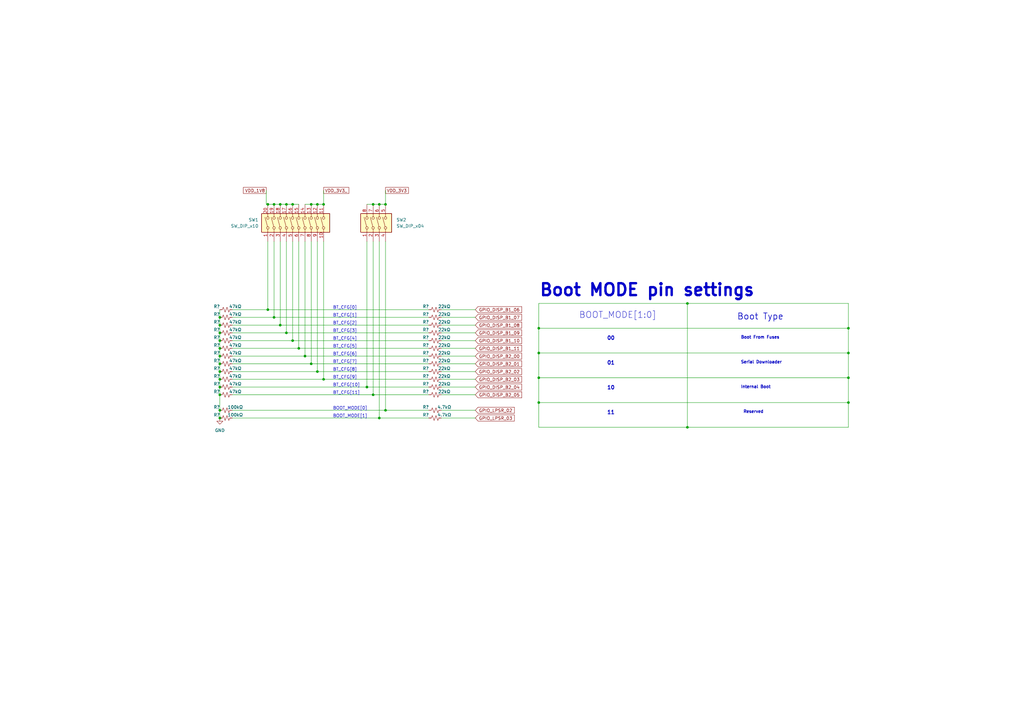
<source format=kicad_sch>
(kicad_sch (version 20230121) (generator eeschema)
  (paper "A3")
  (lib_symbols
    (symbol "Device:R_Small_US" (pin_numbers hide) (pin_names (offset 0.254) hide)
      (property "Reference" "R" (at 0.762 0.508 0))
      (property "Value" "R_Small_US" (at 0.762 -1.016 0))
      (symbol "R_Small_US_1_1"
        (polyline (pts (xy 0 0) (xy 1.016 -0.381) (xy 0 -0.762) (xy -1.016 -1.143) (xy 0 -1.524)))
        (polyline (pts (xy 0 1.524) (xy 1.016 1.143) (xy 0 0.762) (xy -1.016 0.381) (xy 0 0)))
        (pin passive line (at 0 2.54 270) (length 1.016) (name "~") (number "1"))
        (pin passive line (at 0 -2.54 90) (length 1.016) (name "~") (number "2"))
      )
    )
    (symbol "Switch:SW_DIP_x04" (pin_names (offset 0) hide)
      (property "Reference" "SW" (at 0 8.89 0))
      (property "Value" "SW_DIP_x04" (at 0 -6.35 0))
      (symbol "SW_DIP_x04_0_0"
        (circle (center -2.032 -2.54) (radius 0.508))
        (circle (center -2.032 0) (radius 0.508))
        (circle (center -2.032 2.54) (radius 0.508))
        (circle (center -2.032 5.08) (radius 0.508))
        (polyline (pts (xy -1.524 -2.3876) (xy 2.3622 -1.3462)))
        (polyline (pts (xy -1.524 0.127) (xy 2.3622 1.1684)))
        (polyline (pts (xy -1.524 2.667) (xy 2.3622 3.7084)))
        (polyline (pts (xy -1.524 5.207) (xy 2.3622 6.2484)))
        (circle (center 2.032 -2.54) (radius 0.508))
        (circle (center 2.032 0) (radius 0.508))
        (circle (center 2.032 2.54) (radius 0.508))
        (circle (center 2.032 5.08) (radius 0.508))
      )
      (symbol "SW_DIP_x04_0_1"
        (rectangle (start -3.81 7.62) (end 3.81 -5.08) (stroke (width 0.254)) (fill (type background)))
      )
      (symbol "SW_DIP_x04_1_1"
        (pin passive line (at -7.62 5.08 0) (length 5.08) (name "~") (number "1"))
        (pin passive line (at -7.62 2.54 0) (length 5.08) (name "~") (number "2"))
        (pin passive line (at -7.62 0 0) (length 5.08) (name "~") (number "3"))
        (pin passive line (at -7.62 -2.54 0) (length 5.08) (name "~") (number "4"))
        (pin passive line (at 7.62 -2.54 180) (length 5.08) (name "~") (number "5"))
        (pin passive line (at 7.62 0 180) (length 5.08) (name "~") (number "6"))
        (pin passive line (at 7.62 2.54 180) (length 5.08) (name "~") (number "7"))
        (pin passive line (at 7.62 5.08 180) (length 5.08) (name "~") (number "8"))
      )
    )
    (symbol "Switch:SW_DIP_x10" (pin_names (offset 0) hide)
      (property "Reference" "SW" (at 0 16.51 0))
      (property "Value" "SW_DIP_x10" (at 0 -13.97 0))
      (symbol "SW_DIP_x10_0_0"
        (circle (center -2.032 -10.16) (radius 0.508))
        (circle (center -2.032 -7.62) (radius 0.508))
        (circle (center -2.032 -5.08) (radius 0.508))
        (circle (center -2.032 -2.54) (radius 0.508))
        (circle (center -2.032 0) (radius 0.508))
        (circle (center -2.032 2.54) (radius 0.508))
        (circle (center -2.032 5.08) (radius 0.508))
        (circle (center -2.032 7.62) (radius 0.508))
        (circle (center -2.032 10.16) (radius 0.508))
        (circle (center -2.032 12.7) (radius 0.508))
        (polyline (pts (xy -1.524 -10.0076) (xy 2.3622 -8.9662)))
        (polyline (pts (xy -1.524 -7.4676) (xy 2.3622 -6.4262)))
        (polyline (pts (xy -1.524 -4.9276) (xy 2.3622 -3.8862)))
        (polyline (pts (xy -1.524 -2.3876) (xy 2.3622 -1.3462)))
        (polyline (pts (xy -1.524 0.127) (xy 2.3622 1.1684)))
        (polyline (pts (xy -1.524 2.667) (xy 2.3622 3.7084)))
        (polyline (pts (xy -1.524 5.207) (xy 2.3622 6.2484)))
        (polyline (pts (xy -1.524 7.747) (xy 2.3622 8.7884)))
        (polyline (pts (xy -1.524 10.287) (xy 2.3622 11.3284)))
        (polyline (pts (xy -1.524 12.827) (xy 2.3622 13.8684)))
        (circle (center 2.032 -10.16) (radius 0.508))
        (circle (center 2.032 -7.62) (radius 0.508))
        (circle (center 2.032 -5.08) (radius 0.508))
        (circle (center 2.032 -2.54) (radius 0.508))
        (circle (center 2.032 0) (radius 0.508))
        (circle (center 2.032 2.54) (radius 0.508))
        (circle (center 2.032 5.08) (radius 0.508))
        (circle (center 2.032 7.62) (radius 0.508))
        (circle (center 2.032 10.16) (radius 0.508))
        (circle (center 2.032 12.7) (radius 0.508))
      )
      (symbol "SW_DIP_x10_0_1"
        (rectangle (start -3.81 15.24) (end 3.81 -12.7) (stroke (width 0.254)) (fill (type background)))
      )
      (symbol "SW_DIP_x10_1_1"
        (pin passive line (at -7.62 12.7 0) (length 5.08) (name "~") (number "1"))
        (pin passive line (at -7.62 -10.16 0) (length 5.08) (name "~") (number "10"))
        (pin passive line (at 7.62 -10.16 180) (length 5.08) (name "~") (number "11"))
        (pin passive line (at 7.62 -7.62 180) (length 5.08) (name "~") (number "12"))
        (pin passive line (at 7.62 -5.08 180) (length 5.08) (name "~") (number "13"))
        (pin passive line (at 7.62 -2.54 180) (length 5.08) (name "~") (number "14"))
        (pin passive line (at 7.62 0 180) (length 5.08) (name "~") (number "15"))
        (pin passive line (at 7.62 2.54 180) (length 5.08) (name "~") (number "16"))
        (pin passive line (at 7.62 5.08 180) (length 5.08) (name "~") (number "17"))
        (pin passive line (at 7.62 7.62 180) (length 5.08) (name "~") (number "18"))
        (pin passive line (at 7.62 10.16 180) (length 5.08) (name "~") (number "19"))
        (pin passive line (at -7.62 10.16 0) (length 5.08) (name "~") (number "2"))
        (pin passive line (at 7.62 12.7 180) (length 5.08) (name "~") (number "20"))
        (pin passive line (at -7.62 7.62 0) (length 5.08) (name "~") (number "3"))
        (pin passive line (at -7.62 5.08 0) (length 5.08) (name "~") (number "4"))
        (pin passive line (at -7.62 2.54 0) (length 5.08) (name "~") (number "5"))
        (pin passive line (at -7.62 0 0) (length 5.08) (name "~") (number "6"))
        (pin passive line (at -7.62 -2.54 0) (length 5.08) (name "~") (number "7"))
        (pin passive line (at -7.62 -5.08 0) (length 5.08) (name "~") (number "8"))
        (pin passive line (at -7.62 -7.62 0) (length 5.08) (name "~") (number "9"))
      )
    )
    (symbol "power:GND" (power) (pin_names (offset 0))
      (property "Value" "GND" (at 0 -3.81 0))
      (symbol "GND_0_1"
        (polyline (pts (xy 0 0) (xy 0 -1.27) (xy 1.27 -1.27) (xy 0 -2.54) (xy -1.27 -1.27) (xy 0 -1.27)))
      )
      (symbol "GND_1_1"
        (pin power_in line (at 0 0 270) (length 0) hide (name "GND") (number "1"))
      )
    )
  )
  (junction (at 114.935 83.82))
  (junction (at 220.98 134.62))
  (junction (at 90.17 171.45))
  (junction (at 90.17 136.525))
  (junction (at 90.17 168.275))
  (junction (at 220.98 154.94))
  (junction (at 155.575 83.82))
  (junction (at 220.98 144.78))
  (junction (at 125.095 146.05))
  (junction (at 90.17 142.875))
  (junction (at 112.395 83.82))
  (junction (at 132.715 83.82))
  (junction (at 109.855 83.82))
  (junction (at 120.015 83.82))
  (junction (at 122.555 142.875))
  (junction (at 90.17 130.175))
  (junction (at 127.635 83.82))
  (junction (at 90.17 133.35))
  (junction (at 220.98 165.1))
  (junction (at 347.98 134.62))
  (junction (at 130.175 152.4))
  (junction (at 158.115 83.82))
  (junction (at 158.115 168.275))
  (junction (at 155.575 171.45))
  (junction (at 132.715 155.575))
  (junction (at 150.495 158.75))
  (junction (at 153.035 83.82))
  (junction (at 90.17 161.925))
  (junction (at 130.175 83.82))
  (junction (at 90.17 149.225))
  (junction (at 127.635 149.225))
  (junction (at 114.935 133.35))
  (junction (at 347.98 165.1))
  (junction (at 347.98 144.78))
  (junction (at 117.475 83.82))
  (junction (at 112.395 130.175))
  (junction (at 281.94 175.26))
  (junction (at 90.17 146.05))
  (junction (at 117.475 136.525))
  (junction (at 347.98 154.94))
  (junction (at 281.94 124.46))
  (junction (at 153.035 161.925))
  (junction (at 90.17 139.7))
  (junction (at 90.17 152.4))
  (junction (at 120.015 139.7))
  (junction (at 90.17 158.75))
  (junction (at 90.17 155.575))
  (junction (at 109.855 127))
  (wire (pts (xy 153.035 99.06) (xy 153.035 161.925)))
  (wire (pts (xy 220.98 124.46) (xy 281.94 124.46)))
  (wire (pts (xy 281.94 124.46) (xy 347.98 124.46)))
  (wire (pts (xy 112.395 83.82) (xy 114.935 83.82)))
  (wire (pts (xy 347.98 134.62) (xy 347.98 144.78)))
  (wire (pts (xy 347.98 124.46) (xy 347.98 134.62)))
  (wire (pts (xy 90.17 146.05) (xy 90.17 149.225)))
  (wire (pts (xy 180.975 139.7) (xy 194.945 139.7)))
  (wire (pts (xy 180.975 155.575) (xy 194.945 155.575)))
  (wire (pts (xy 130.175 152.4) (xy 175.895 152.4)))
  (wire (pts (xy 220.98 134.62) (xy 347.98 134.62)))
  (wire (pts (xy 220.98 175.26) (xy 281.94 175.26)))
  (wire (pts (xy 95.25 155.575) (xy 132.715 155.575)))
  (wire (pts (xy 180.975 152.4) (xy 194.945 152.4)))
  (wire (pts (xy 120.015 83.82) (xy 122.555 83.82)))
  (wire (pts (xy 150.495 83.82) (xy 153.035 83.82)))
  (wire (pts (xy 90.17 152.4) (xy 90.17 155.575)))
  (wire (pts (xy 220.98 154.94) (xy 347.98 154.94)))
  (wire (pts (xy 95.25 171.45) (xy 155.575 171.45)))
  (wire (pts (xy 153.035 161.925) (xy 175.895 161.925)))
  (wire (pts (xy 132.715 155.575) (xy 175.895 155.575)))
  (wire (pts (xy 180.975 149.225) (xy 194.945 149.225)))
  (wire (pts (xy 112.395 99.06) (xy 112.395 130.175)))
  (wire (pts (xy 220.98 154.94) (xy 220.98 165.1)))
  (wire (pts (xy 220.98 165.1) (xy 220.98 175.26)))
  (wire (pts (xy 95.25 142.875) (xy 122.555 142.875)))
  (wire (pts (xy 180.975 168.275) (xy 194.945 168.275)))
  (wire (pts (xy 150.495 99.06) (xy 150.495 158.75)))
  (wire (pts (xy 150.495 158.75) (xy 175.895 158.75)))
  (wire (pts (xy 180.975 127) (xy 194.945 127)))
  (wire (pts (xy 90.17 127) (xy 90.17 130.175)))
  (wire (pts (xy 281.94 175.26) (xy 347.98 175.26)))
  (wire (pts (xy 90.17 139.7) (xy 90.17 142.875)))
  (wire (pts (xy 90.17 155.575) (xy 90.17 158.75)))
  (wire (pts (xy 180.975 158.75) (xy 194.945 158.75)))
  (wire (pts (xy 180.975 171.45) (xy 194.945 171.45)))
  (wire (pts (xy 220.98 124.46) (xy 220.98 134.62)))
  (wire (pts (xy 158.115 78.105) (xy 158.115 83.82)))
  (wire (pts (xy 180.975 161.925) (xy 194.945 161.925)))
  (wire (pts (xy 114.935 83.82) (xy 117.475 83.82)))
  (wire (pts (xy 220.98 165.1) (xy 347.98 165.1)))
  (wire (pts (xy 180.975 142.875) (xy 194.945 142.875)))
  (wire (pts (xy 153.035 83.82) (xy 155.575 83.82)))
  (wire (pts (xy 95.25 133.35) (xy 114.935 133.35)))
  (wire (pts (xy 132.715 78.105) (xy 132.715 83.82)))
  (wire (pts (xy 155.575 83.82) (xy 158.115 83.82)))
  (wire (pts (xy 95.25 127) (xy 109.855 127)))
  (wire (pts (xy 220.98 144.78) (xy 220.98 154.94)))
  (wire (pts (xy 127.635 149.225) (xy 175.895 149.225)))
  (wire (pts (xy 158.115 168.275) (xy 175.895 168.275)))
  (wire (pts (xy 122.555 99.06) (xy 122.555 142.875)))
  (wire (pts (xy 90.17 136.525) (xy 90.17 139.7)))
  (wire (pts (xy 347.98 144.78) (xy 347.98 154.94)))
  (wire (pts (xy 127.635 99.06) (xy 127.635 149.225)))
  (wire (pts (xy 90.17 149.225) (xy 90.17 152.4)))
  (wire (pts (xy 90.17 142.875) (xy 90.17 146.05)))
  (wire (pts (xy 130.175 83.82) (xy 132.715 83.82)))
  (wire (pts (xy 109.855 127) (xy 175.895 127)))
  (wire (pts (xy 95.25 158.75) (xy 150.495 158.75)))
  (wire (pts (xy 95.25 146.05) (xy 125.095 146.05)))
  (wire (pts (xy 90.17 130.175) (xy 90.17 133.35)))
  (wire (pts (xy 95.25 168.275) (xy 158.115 168.275)))
  (wire (pts (xy 120.015 99.06) (xy 120.015 139.7)))
  (wire (pts (xy 109.855 99.06) (xy 109.855 127)))
  (wire (pts (xy 120.015 139.7) (xy 175.895 139.7)))
  (wire (pts (xy 281.94 124.46) (xy 281.94 175.26)))
  (wire (pts (xy 90.17 158.75) (xy 90.17 161.925)))
  (wire (pts (xy 109.855 83.82) (xy 112.395 83.82)))
  (wire (pts (xy 180.975 146.05) (xy 194.945 146.05)))
  (wire (pts (xy 95.25 136.525) (xy 117.475 136.525)))
  (wire (pts (xy 220.98 134.62) (xy 220.98 144.78)))
  (wire (pts (xy 117.475 99.06) (xy 117.475 136.525)))
  (wire (pts (xy 95.25 149.225) (xy 127.635 149.225)))
  (wire (pts (xy 95.25 152.4) (xy 130.175 152.4)))
  (wire (pts (xy 347.98 154.94) (xy 347.98 165.1)))
  (wire (pts (xy 95.25 139.7) (xy 120.015 139.7)))
  (wire (pts (xy 130.175 99.06) (xy 130.175 152.4)))
  (wire (pts (xy 155.575 171.45) (xy 175.895 171.45)))
  (wire (pts (xy 114.935 133.35) (xy 175.895 133.35)))
  (wire (pts (xy 220.98 144.78) (xy 347.98 144.78)))
  (wire (pts (xy 180.975 130.175) (xy 194.945 130.175)))
  (wire (pts (xy 132.715 99.06) (xy 132.715 155.575)))
  (wire (pts (xy 109.22 83.82) (xy 109.855 83.82)))
  (wire (pts (xy 347.98 165.1) (xy 347.98 175.26)))
  (wire (pts (xy 90.17 161.925) (xy 90.17 168.275)))
  (wire (pts (xy 90.17 133.35) (xy 90.17 136.525)))
  (wire (pts (xy 109.22 78.105) (xy 109.22 83.82)))
  (wire (pts (xy 125.095 146.05) (xy 175.895 146.05)))
  (wire (pts (xy 114.935 99.06) (xy 114.935 133.35)))
  (wire (pts (xy 95.25 130.175) (xy 112.395 130.175)))
  (wire (pts (xy 180.975 136.525) (xy 194.945 136.525)))
  (wire (pts (xy 158.115 99.06) (xy 158.115 168.275)))
  (wire (pts (xy 180.975 133.35) (xy 194.945 133.35)))
  (wire (pts (xy 155.575 99.06) (xy 155.575 171.45)))
  (wire (pts (xy 127.635 83.82) (xy 130.175 83.82)))
  (wire (pts (xy 95.25 161.925) (xy 153.035 161.925)))
  (wire (pts (xy 112.395 130.175) (xy 175.895 130.175)))
  (wire (pts (xy 122.555 142.875) (xy 175.895 142.875)))
  (wire (pts (xy 125.095 83.82) (xy 127.635 83.82)))
  (wire (pts (xy 117.475 136.525) (xy 175.895 136.525)))
  (wire (pts (xy 90.17 168.275) (xy 90.17 171.45)))
  (wire (pts (xy 125.095 99.06) (xy 125.095 146.05)))
  (wire (pts (xy 117.475 83.82) (xy 120.015 83.82)))
  (text "BOOT_MODE[1]" (at 136.525 171.45 0) (effects (font (size 1.27 1.27)) (justify left bottom)))
  (text "Internal Boot" (at 303.784 159.512 0) (effects (font (size 1.2192 1.2192) (thickness 0.2438) bold) (justify left bottom)))
  (text "11" (at 248.92 170.18 0) (effects (font (size 1.524 1.524) (thickness 0.3048) bold) (justify left bottom)))
  (text "BT_CFG[10]" (at 136.525 158.75 0) (effects (font (size 1.27 1.27)) (justify left bottom)))
  (text "10" (at 248.92 160.02 0) (effects (font (size 1.524 1.524) (thickness 0.3048) bold) (justify left bottom)))
  (text "BT_CFG[6]" (at 136.525 146.05 0) (effects (font (size 1.27 1.27)) (justify left bottom)))
  (text "BT_CFG[8]" (at 136.525 152.4 0) (effects (font (size 1.27 1.27)) (justify left bottom)))
  (text "Serial Downloader" (at 303.784 149.352 0) (effects (font (size 1.2192 1.2192) (thickness 0.2438) bold) (justify left bottom)))
  (text "BT_CFG[2]" (at 136.525 133.35 0) (effects (font (size 1.27 1.27)) (justify left bottom)))
  (text "BT_CFG[4]" (at 136.525 139.7 0) (effects (font (size 1.27 1.27)) (justify left bottom)))
  (text "BT_CFG[9]" (at 136.525 155.575 0) (effects (font (size 1.27 1.27)) (justify left bottom)))
  (text "00" (at 248.92 139.7 0) (effects (font (size 1.524 1.524) (thickness 0.3048) bold) (justify left bottom)))
  (text "Boot From Fuses" (at 303.784 139.192 0) (effects (font (size 1.2192 1.2192) (thickness 0.2438) bold) (justify left bottom)))
  (text "BT_CFG[1]" (at 136.525 130.175 0) (effects (font (size 1.27 1.27)) (justify left bottom)))
  (text "Reserved" (at 304.8 169.672 0) (effects (font (size 1.2192 1.2192) (thickness 0.2438) bold) (justify left bottom)))
  (text "BT_CFG[0]" (at 136.525 127 0) (effects (font (size 1.27 1.27)) (justify left bottom)))
  (text "BT_CFG[11]" (at 136.525 161.925 0) (effects (font (size 1.27 1.27)) (justify left bottom)))
  (text "BOOT_MODE[1:0]" (at 237.49 130.81 0) (effects (font (size 2.54 2.54)) (justify left bottom)))
  (text "BT_CFG[5]" (at 136.525 142.875 0) (effects (font (size 1.27 1.27)) (justify left bottom)))
  (text "01" (at 248.92 149.86 0) (effects (font (size 1.524 1.524) (thickness 0.3048) bold) (justify left bottom)))
  (text "BOOT_MODE[0]" (at 136.525 168.275 0) (effects (font (size 1.27 1.27)) (justify left bottom)))
  (text "Boot Type" (at 302.26 131.445 0) (effects (font (size 2.54 2.54) (thickness 0.2438) bold) (justify left bottom)))
  (text "Boot MODE pin settings" (at 220.98 121.92 0) (effects (font (size 4.8768 4.8768) (thickness 0.9754) bold) (justify left bottom)))
  (text "BT_CFG[3]" (at 136.525 136.525 0) (effects (font (size 1.27 1.27)) (justify left bottom)))
  (text "BT_CFG[7]" (at 136.525 149.225 0) (effects (font (size 1.27 1.27)) (justify left bottom)))
  (global_label "GPIO_DISP_B1_09" (shape input) (at 194.945 136.525 0) (property "Intersheetrefs" "${INTERSHEET_REFS}" (effects hide)))
  (global_label "GPIO_DISP_B1_07" (shape input) (at 194.945 130.175 0) (property "Intersheetrefs" "${INTERSHEET_REFS}" (effects hide)))
  (global_label "GPIO_DISP_B1_08" (shape input) (at 194.945 133.35 0) (property "Intersheetrefs" "${INTERSHEET_REFS}" (effects hide)))
  (global_label "GPIO_DISP_B2_04" (shape input) (at 194.945 158.75 0) (property "Intersheetrefs" "${INTERSHEET_REFS}" (effects hide)))
  (global_label "GPIO_DISP_B2_03" (shape input) (at 194.945 155.575 0) (property "Intersheetrefs" "${INTERSHEET_REFS}" (effects hide)))
  (global_label "GPIO_DISP_B1_11" (shape input) (at 194.945 142.875 0) (property "Intersheetrefs" "${INTERSHEET_REFS}" (effects hide)))
  (global_label "GPIO_LPSR_03" (shape input) (at 194.945 171.45 0) (property "Intersheetrefs" "${INTERSHEET_REFS}" (effects hide)))
  (global_label "GPIO_DISP_B2_00" (shape input) (at 194.945 146.05 0) (property "Intersheetrefs" "${INTERSHEET_REFS}" (effects hide)))
  (global_label "GPIO_DISP_B1_06" (shape input) (at 194.945 127 0) (property "Intersheetrefs" "${INTERSHEET_REFS}" (effects hide)))
  (global_label "GPIO_DISP_B2_01" (shape input) (at 194.945 149.225 0) (property "Intersheetrefs" "${INTERSHEET_REFS}" (effects hide)))
  (global_label "VDD_3V3_" (shape passive) (at 132.715 78.105 0) (property "Intersheetrefs" "${INTERSHEET_REFS}" (effects hide)))
  (global_label "GPIO_LPSR_02" (shape input) (at 194.945 168.275 0) (property "Intersheetrefs" "${INTERSHEET_REFS}" (effects hide)))
  (global_label "VDD_1V8" (shape passive) (at 109.22 78.105 180) (property "Intersheetrefs" "${INTERSHEET_REFS}" (effects hide)))
  (global_label "GPIO_DISP_B2_05" (shape input) (at 194.945 161.925 0) (property "Intersheetrefs" "${INTERSHEET_REFS}" (effects hide)))
  (global_label "VDD_3V3" (shape passive) (at 158.115 78.105 0) (property "Intersheetrefs" "${INTERSHEET_REFS}" (effects hide)))
  (global_label "GPIO_DISP_B2_02" (shape input) (at 194.945 152.4 0) (property "Intersheetrefs" "${INTERSHEET_REFS}" (effects hide)))
  (global_label "GPIO_DISP_B1_10" (shape input) (at 194.945 139.7 0) (property "Intersheetrefs" "${INTERSHEET_REFS}" (effects hide)))
  (symbol (lib_id "Device:R_Small_US") (at 92.71 127 90) (unit 1)
    (property "Reference" "R?" (at 88.9 125.73 90))
    (property "Value" "47kΩ" (at 96.52 125.73 90))
    (property "Footprint" "Resistor_SMD:R_0402_1005Metric" (effects hide))
    (property "Footprint (for JLCPCB)" "0402" (effects hide))
    (instances (project "cpu_board" (path "" (reference "R?") (unit 1)) (path "" (reference "R?") (unit 1)) (path "" (reference "R?") (unit 1)) (path "" (reference "R?") (unit 1)) (path "" (reference "R?") (unit 1)) (path "" (reference "R40") (unit 1)) (path "" (reference "R58") (unit 1))))
  )
  (symbol (lib_id "Device:R_Small_US") (at 178.435 168.275 90) (unit 1)
    (property "Reference" "R?" (at 174.625 167.005 90))
    (property "Value" "4.7kΩ" (at 182.245 167.005 90))
    (property "Footprint" "Resistor_SMD:R_0402_1005Metric" (effects hide))
    (property "Footprint (for JLCPCB)" "0402" (effects hide))
    (instances (project "cpu_board" (path "" (reference "R?") (unit 1)) (path "" (reference "R?") (unit 1)) (path "" (reference "R?") (unit 1)) (path "" (reference "R?") (unit 1)) (path "" (reference "R?") (unit 1)) (path "" (reference "R40") (unit 1)) (path "" (reference "R56") (unit 1))))
  )
  (symbol (lib_id "Device:R_Small_US") (at 178.435 158.75 90) (unit 1)
    (property "Reference" "R?" (at 174.625 157.48 90))
    (property "Value" "22kΩ" (at 182.245 157.48 90))
    (property "Footprint" "Resistor_SMD:R_0402_1005Metric" (effects hide))
    (property "Footprint (for JLCPCB)" "0402" (effects hide))
    (instances (project "cpu_board" (path "" (reference "R?") (unit 1)) (path "" (reference "R?") (unit 1)) (path "" (reference "R?") (unit 1)) (path "" (reference "R?") (unit 1)) (path "" (reference "R?") (unit 1)) (path "" (reference "R40") (unit 1)) (path "" (reference "R54") (unit 1))))
  )
  (symbol (lib_id "Device:R_Small_US") (at 92.71 136.525 90) (unit 1)
    (property "Reference" "R?" (at 88.9 135.255 90))
    (property "Value" "47kΩ" (at 96.52 135.255 90))
    (property "Footprint" "Resistor_SMD:R_0402_1005Metric" (effects hide))
    (property "Footprint (for JLCPCB)" "0402" (effects hide))
    (instances (project "cpu_board" (path "" (reference "R?") (unit 1)) (path "" (reference "R?") (unit 1)) (path "" (reference "R?") (unit 1)) (path "" (reference "R?") (unit 1)) (path "" (reference "R?") (unit 1)) (path "" (reference "R40") (unit 1)) (path "" (reference "R61") (unit 1))))
  )
  (symbol (lib_id "Device:R_Small_US") (at 92.71 133.35 90) (unit 1)
    (property "Reference" "R?" (at 88.9 132.08 90))
    (property "Value" "47kΩ" (at 96.52 132.08 90))
    (property "Footprint" "Resistor_SMD:R_0402_1005Metric" (effects hide))
    (property "Footprint (for JLCPCB)" "0402" (effects hide))
    (instances (project "cpu_board" (path "" (reference "R?") (unit 1)) (path "" (reference "R?") (unit 1)) (path "" (reference "R?") (unit 1)) (path "" (reference "R?") (unit 1)) (path "" (reference "R?") (unit 1)) (path "" (reference "R40") (unit 1)) (path "" (reference "R60") (unit 1))))
  )
  (symbol (lib_id "Device:R_Small_US") (at 178.435 152.4 90) (unit 1)
    (property "Reference" "R?" (at 174.625 151.13 90))
    (property "Value" "22kΩ" (at 182.245 151.13 90))
    (property "Footprint" "Resistor_SMD:R_0402_1005Metric" (effects hide))
    (property "Footprint (for JLCPCB)" "0402" (effects hide))
    (instances (project "cpu_board" (path "" (reference "R?") (unit 1)) (path "" (reference "R?") (unit 1)) (path "" (reference "R?") (unit 1)) (path "" (reference "R?") (unit 1)) (path "" (reference "R?") (unit 1)) (path "" (reference "R40") (unit 1)) (path "" (reference "R52") (unit 1))))
  )
  (symbol (lib_id "Device:R_Small_US") (at 178.435 155.575 90) (unit 1)
    (property "Reference" "R?" (at 174.625 154.305 90))
    (property "Value" "22kΩ" (at 182.245 154.305 90))
    (property "Footprint" "Resistor_SMD:R_0402_1005Metric" (effects hide))
    (property "Footprint (for JLCPCB)" "0402" (effects hide))
    (instances (project "cpu_board" (path "" (reference "R?") (unit 1)) (path "" (reference "R?") (unit 1)) (path "" (reference "R?") (unit 1)) (path "" (reference "R?") (unit 1)) (path "" (reference "R?") (unit 1)) (path "" (reference "R40") (unit 1)) (path "" (reference "R53") (unit 1))))
  )
  (symbol (lib_id "Device:R_Small_US") (at 92.71 146.05 90) (unit 1)
    (property "Reference" "R?" (at 88.9 144.78 90))
    (property "Value" "47kΩ" (at 96.52 144.78 90))
    (property "Footprint" "Resistor_SMD:R_0402_1005Metric" (effects hide))
    (property "Footprint (for JLCPCB)" "0402" (effects hide))
    (instances (project "cpu_board" (path "" (reference "R?") (unit 1)) (path "" (reference "R?") (unit 1)) (path "" (reference "R?") (unit 1)) (path "" (reference "R?") (unit 1)) (path "" (reference "R?") (unit 1)) (path "" (reference "R40") (unit 1)) (path "" (reference "R64") (unit 1))))
  )
  (symbol (lib_id "Device:R_Small_US") (at 92.71 161.925 90) (unit 1)
    (property "Reference" "R?" (at 88.9 160.655 90))
    (property "Value" "47kΩ" (at 96.52 160.655 90))
    (property "Footprint" "Resistor_SMD:R_0402_1005Metric" (effects hide))
    (property "Footprint (for JLCPCB)" "0402" (effects hide))
    (instances (project "cpu_board" (path "" (reference "R?") (unit 1)) (path "" (reference "R?") (unit 1)) (path "" (reference "R?") (unit 1)) (path "" (reference "R?") (unit 1)) (path "" (reference "R?") (unit 1)) (path "" (reference "R40") (unit 1)) (path "" (reference "R69") (unit 1))))
  )
  (symbol (lib_id "Device:R_Small_US") (at 178.435 136.525 90) (unit 1)
    (property "Reference" "R?" (at 174.625 135.255 90))
    (property "Value" "22kΩ" (at 182.245 135.255 90))
    (property "Footprint" "Resistor_SMD:R_0402_1005Metric" (effects hide))
    (property "Footprint (for JLCPCB)" "0402" (effects hide))
    (instances (project "cpu_board" (path "" (reference "R?") (unit 1)) (path "" (reference "R?") (unit 1)) (path "" (reference "R?") (unit 1)) (path "" (reference "R?") (unit 1)) (path "" (reference "R?") (unit 1)) (path "" (reference "R40") (unit 1)) (path "" (reference "R47") (unit 1))))
  )
  (symbol (lib_id "Device:R_Small_US") (at 178.435 130.175 90) (unit 1)
    (property "Reference" "R?" (at 174.625 128.905 90))
    (property "Value" "22kΩ" (at 182.245 128.905 90))
    (property "Footprint" "Resistor_SMD:R_0402_1005Metric" (effects hide))
    (property "Footprint (for JLCPCB)" "0402" (effects hide))
    (instances (project "cpu_board" (path "" (reference "R?") (unit 1)) (path "" (reference "R?") (unit 1)) (path "" (reference "R?") (unit 1)) (path "" (reference "R?") (unit 1)) (path "" (reference "R?") (unit 1)) (path "" (reference "R40") (unit 1)) (path "" (reference "R45") (unit 1))))
  )
  (symbol (lib_id "Device:R_Small_US") (at 92.71 139.7 90) (unit 1)
    (property "Reference" "R?" (at 88.9 138.43 90))
    (property "Value" "47kΩ" (at 96.52 138.43 90))
    (property "Footprint" "Resistor_SMD:R_0402_1005Metric" (effects hide))
    (property "Footprint (for JLCPCB)" "0402" (effects hide))
    (instances (project "cpu_board" (path "" (reference "R?") (unit 1)) (path "" (reference "R?") (unit 1)) (path "" (reference "R?") (unit 1)) (path "" (reference "R?") (unit 1)) (path "" (reference "R?") (unit 1)) (path "" (reference "R40") (unit 1)) (path "" (reference "R62") (unit 1))))
  )
  (symbol (lib_id "Device:R_Small_US") (at 92.71 168.275 90) (unit 1)
    (property "Reference" "R?" (at 88.9 167.005 90))
    (property "Value" "100kΩ" (at 96.52 167.005 90))
    (property "Footprint" "Resistor_SMD:R_0402_1005Metric" (effects hide))
    (property "Footprint (for JLCPCB)" "0402" (effects hide))
    (instances (project "cpu_board" (path "" (reference "R?") (unit 1)) (path "" (reference "R?") (unit 1)) (path "" (reference "R?") (unit 1)) (path "" (reference "R?") (unit 1)) (path "" (reference "R?") (unit 1)) (path "" (reference "R40") (unit 1)) (path "" (reference "R73") (unit 1))))
  )
  (symbol (lib_id "power:GND") (at 90.17 171.45 0) (unit 1)
    (property "Reference" "#PWR067" (effects hide))
    (property "Value" "GND" (at 90.17 176.53 0))
  )
  (symbol (lib_id "Device:R_Small_US") (at 178.435 133.35 90) (unit 1)
    (property "Reference" "R?" (at 174.625 132.08 90))
    (property "Value" "22kΩ" (at 182.245 132.08 90))
    (property "Footprint" "Resistor_SMD:R_0402_1005Metric" (effects hide))
    (property "Footprint (for JLCPCB)" "0402" (effects hide))
    (instances (project "cpu_board" (path "" (reference "R?") (unit 1)) (path "" (reference "R?") (unit 1)) (path "" (reference "R?") (unit 1)) (path "" (reference "R?") (unit 1)) (path "" (reference "R?") (unit 1)) (path "" (reference "R40") (unit 1)) (path "" (reference "R46") (unit 1))))
  )
  (symbol (lib_id "Device:R_Small_US") (at 92.71 152.4 90) (unit 1)
    (property "Reference" "R?" (at 88.9 151.13 90))
    (property "Value" "47kΩ" (at 96.52 151.13 90))
    (property "Footprint" "Resistor_SMD:R_0402_1005Metric" (effects hide))
    (property "Footprint (for JLCPCB)" "0402" (effects hide))
    (instances (project "cpu_board" (path "" (reference "R?") (unit 1)) (path "" (reference "R?") (unit 1)) (path "" (reference "R?") (unit 1)) (path "" (reference "R?") (unit 1)) (path "" (reference "R?") (unit 1)) (path "" (reference "R40") (unit 1)) (path "" (reference "R66") (unit 1))))
  )
  (symbol (lib_id "Device:R_Small_US") (at 178.435 149.225 90) (unit 1)
    (property "Reference" "R?" (at 174.625 147.955 90))
    (property "Value" "22kΩ" (at 182.245 147.955 90))
    (property "Footprint" "Resistor_SMD:R_0402_1005Metric" (effects hide))
    (property "Footprint (for JLCPCB)" "0402" (effects hide))
    (instances (project "cpu_board" (path "" (reference "R?") (unit 1)) (path "" (reference "R?") (unit 1)) (path "" (reference "R?") (unit 1)) (path "" (reference "R?") (unit 1)) (path "" (reference "R?") (unit 1)) (path "" (reference "R40") (unit 1)) (path "" (reference "R51") (unit 1))))
  )
  (symbol (lib_id "Device:R_Small_US") (at 178.435 139.7 90) (unit 1)
    (property "Reference" "R?" (at 174.625 138.43 90))
    (property "Value" "22kΩ" (at 182.245 138.43 90))
    (property "Footprint" "Resistor_SMD:R_0402_1005Metric" (effects hide))
    (property "Footprint (for JLCPCB)" "0402" (effects hide))
    (instances (project "cpu_board" (path "" (reference "R?") (unit 1)) (path "" (reference "R?") (unit 1)) (path "" (reference "R?") (unit 1)) (path "" (reference "R?") (unit 1)) (path "" (reference "R?") (unit 1)) (path "" (reference "R40") (unit 1)) (path "" (reference "R48") (unit 1))))
  )
  (symbol (lib_id "Device:R_Small_US") (at 92.71 158.75 90) (unit 1)
    (property "Reference" "R?" (at 88.9 157.48 90))
    (property "Value" "47kΩ" (at 96.52 157.48 90))
    (property "Footprint" "Resistor_SMD:R_0402_1005Metric" (effects hide))
    (property "Footprint (for JLCPCB)" "0402" (effects hide))
    (instances (project "cpu_board" (path "" (reference "R?") (unit 1)) (path "" (reference "R?") (unit 1)) (path "" (reference "R?") (unit 1)) (path "" (reference "R?") (unit 1)) (path "" (reference "R?") (unit 1)) (path "" (reference "R40") (unit 1)) (path "" (reference "R68") (unit 1))))
  )
  (symbol (lib_id "Device:R_Small_US") (at 178.435 146.05 90) (unit 1)
    (property "Reference" "R?" (at 174.625 144.78 90))
    (property "Value" "22kΩ" (at 182.245 144.78 90))
    (property "Footprint" "Resistor_SMD:R_0402_1005Metric" (effects hide))
    (property "Footprint (for JLCPCB)" "0402" (effects hide))
    (instances (project "cpu_board" (path "" (reference "R?") (unit 1)) (path "" (reference "R?") (unit 1)) (path "" (reference "R?") (unit 1)) (path "" (reference "R?") (unit 1)) (path "" (reference "R?") (unit 1)) (path "" (reference "R40") (unit 1)) (path "" (reference "R50") (unit 1))))
  )
  (symbol (lib_id "Device:R_Small_US") (at 178.435 161.925 90) (unit 1)
    (property "Reference" "R?" (at 174.625 160.655 90))
    (property "Value" "22kΩ" (at 182.245 160.655 90))
    (property "Footprint" "Resistor_SMD:R_0402_1005Metric" (effects hide))
    (property "Footprint (for JLCPCB)" "0402" (effects hide))
    (instances (project "cpu_board" (path "" (reference "R?") (unit 1)) (path "" (reference "R?") (unit 1)) (path "" (reference "R?") (unit 1)) (path "" (reference "R?") (unit 1)) (path "" (reference "R?") (unit 1)) (path "" (reference "R40") (unit 1)) (path "" (reference "R55") (unit 1))))
  )
  (symbol (lib_id "Device:R_Small_US") (at 178.435 171.45 90) (unit 1)
    (property "Reference" "R?" (at 174.625 170.18 90))
    (property "Value" "4.7kΩ" (at 182.245 170.18 90))
    (property "Footprint" "Resistor_SMD:R_0402_1005Metric" (effects hide))
    (property "Footprint (for JLCPCB)" "0402" (effects hide))
    (instances (project "cpu_board" (path "" (reference "R?") (unit 1)) (path "" (reference "R?") (unit 1)) (path "" (reference "R?") (unit 1)) (path "" (reference "R?") (unit 1)) (path "" (reference "R?") (unit 1)) (path "" (reference "R40") (unit 1)) (path "" (reference "R57") (unit 1))))
  )
  (symbol (lib_id "Device:R_Small_US") (at 92.71 149.225 90) (unit 1)
    (property "Reference" "R?" (at 88.9 147.955 90))
    (property "Value" "47kΩ" (at 96.52 147.955 90))
    (property "Footprint" "Resistor_SMD:R_0402_1005Metric" (effects hide))
    (property "Footprint (for JLCPCB)" "0402" (effects hide))
    (instances (project "cpu_board" (path "" (reference "R?") (unit 1)) (path "" (reference "R?") (unit 1)) (path "" (reference "R?") (unit 1)) (path "" (reference "R?") (unit 1)) (path "" (reference "R?") (unit 1)) (path "" (reference "R40") (unit 1)) (path "" (reference "R65") (unit 1))))
  )
  (symbol (lib_id "Device:R_Small_US") (at 178.435 142.875 90) (unit 1)
    (property "Reference" "R?" (at 174.625 141.605 90))
    (property "Value" "22kΩ" (at 182.245 141.605 90))
    (property "Footprint" "Resistor_SMD:R_0402_1005Metric" (effects hide))
    (property "Footprint (for JLCPCB)" "0402" (effects hide))
    (instances (project "cpu_board" (path "" (reference "R?") (unit 1)) (path "" (reference "R?") (unit 1)) (path "" (reference "R?") (unit 1)) (path "" (reference "R?") (unit 1)) (path "" (reference "R?") (unit 1)) (path "" (reference "R40") (unit 1)) (path "" (reference "R49") (unit 1))))
  )
  (symbol (lib_id "Device:R_Small_US") (at 178.435 127 90) (unit 1)
    (property "Reference" "R?" (at 174.625 125.73 90))
    (property "Value" "22kΩ" (at 182.245 125.73 90))
    (property "Footprint" "Resistor_SMD:R_0402_1005Metric" (effects hide))
    (property "Footprint (for JLCPCB)" "0402" (effects hide))
    (instances (project "cpu_board" (path "" (reference "R?") (unit 1)) (path "" (reference "R?") (unit 1)) (path "" (reference "R?") (unit 1)) (path "" (reference "R?") (unit 1)) (path "" (reference "R?") (unit 1)) (path "" (reference "R40") (unit 1)) (path "" (reference "R44") (unit 1))))
  )
  (symbol (lib_id "Device:R_Small_US") (at 92.71 130.175 90) (unit 1)
    (property "Reference" "R?" (at 88.9 128.905 90))
    (property "Value" "47kΩ" (at 96.52 128.905 90))
    (property "Footprint" "Resistor_SMD:R_0402_1005Metric" (effects hide))
    (property "Footprint (for JLCPCB)" "0402" (effects hide))
    (instances (project "cpu_board" (path "" (reference "R?") (unit 1)) (path "" (reference "R?") (unit 1)) (path "" (reference "R?") (unit 1)) (path "" (reference "R?") (unit 1)) (path "" (reference "R?") (unit 1)) (path "" (reference "R40") (unit 1)) (path "" (reference "R59") (unit 1))))
  )
  (symbol (lib_id "Device:R_Small_US") (at 92.71 142.875 90) (unit 1)
    (property "Reference" "R?" (at 88.9 141.605 90))
    (property "Value" "47kΩ" (at 96.52 141.605 90))
    (property "Footprint" "Resistor_SMD:R_0402_1005Metric" (effects hide))
    (property "Footprint (for JLCPCB)" "0402" (effects hide))
    (instances (project "cpu_board" (path "" (reference "R?") (unit 1)) (path "" (reference "R?") (unit 1)) (path "" (reference "R?") (unit 1)) (path "" (reference "R?") (unit 1)) (path "" (reference "R?") (unit 1)) (path "" (reference "R40") (unit 1)) (path "" (reference "R63") (unit 1))))
  )
  (symbol (lib_id "Switch:SW_DIP_x10") (at 122.555 91.44 90) (unit 1)
    (property "Reference" "SW1" (at 106.045 90.17 90) (effects (justify left)))
    (property "Value" "SW_DIP_x10" (at 106.045 92.71 90) (effects (justify left)))
    (property "Footprint" "adcs:SW-SMD_DSHP10TS-S" (effects hide))
    (property "JLCPCB P/N Proto" "C319046" (effects hide))
    (property "Proto" "DSHP10TS-S" (effects hide))
  )
  (symbol (lib_id "Device:R_Small_US") (at 92.71 171.45 90) (unit 1)
    (property "Reference" "R?" (at 88.9 170.18 90))
    (property "Value" "100kΩ" (at 96.52 170.18 90))
    (property "Footprint" "Resistor_SMD:R_0402_1005Metric" (effects hide))
    (property "Footprint (for JLCPCB)" "0402" (effects hide))
    (instances (project "cpu_board" (path "" (reference "R?") (unit 1)) (path "" (reference "R?") (unit 1)) (path "" (reference "R?") (unit 1)) (path "" (reference "R?") (unit 1)) (path "" (reference "R?") (unit 1)) (path "" (reference "R40") (unit 1)) (path "" (reference "R74") (unit 1))))
  )
  (symbol (lib_id "Device:R_Small_US") (at 92.71 155.575 90) (unit 1)
    (property "Reference" "R?" (at 88.9 154.305 90))
    (property "Value" "47kΩ" (at 96.52 154.305 90))
    (property "Footprint" "Resistor_SMD:R_0402_1005Metric" (effects hide))
    (property "Footprint (for JLCPCB)" "0402" (effects hide))
    (instances (project "cpu_board" (path "" (reference "R?") (unit 1)) (path "" (reference "R?") (unit 1)) (path "" (reference "R?") (unit 1)) (path "" (reference "R?") (unit 1)) (path "" (reference "R?") (unit 1)) (path "" (reference "R40") (unit 1)) (path "" (reference "R67") (unit 1))))
  )
  (symbol (lib_id "Switch:SW_DIP_x04") (at 155.575 91.44 90) (unit 1)
    (property "Reference" "SW2" (at 162.56 90.17 90) (effects (justify right)))
    (property "Value" "SW_DIP_x04" (at 162.56 92.71 90) (effects (justify right)))
    (property "Footprint" "adcs:SW-SMD_8P-L6.7-W5.4-P1.27-LS8.5" (effects hide))
    (property "JLCPCB P/N Proto" "C319050" (effects hide))
    (property "Proto" "DSHP04TS-S" (effects hide))
  )
)
</source>
